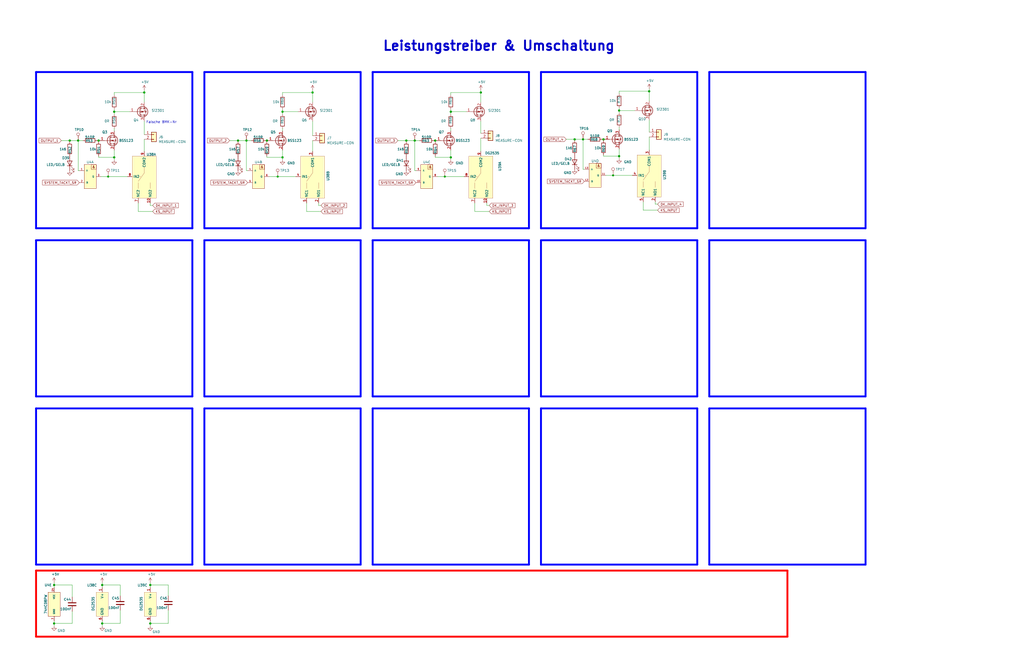
<source format=kicad_sch>
(kicad_sch (version 20210126) (generator eeschema)
  (paper "User" 540.893 350.012)
  (title_block (title "Kabeltester") (company "BMK Group") (comment 1 "Erstellt: Maximilian Hoffmann") (comment 2 "Geprüft: Robert Schulz"))
  (junction (at 28.575 309.245) (diameter 1.016))
  (junction (at 28.575 329.565) (diameter 1.016))
  (junction (at 36.83 74.295) (diameter 1.016))
  (junction (at 41.275 74.295) (diameter 1.016))
  (junction (at 52.07 74.295) (diameter 1.016))
  (junction (at 53.975 309.245) (diameter 1.016))
  (junction (at 53.975 329.565) (diameter 1.016))
  (junction (at 57.15 93.345) (diameter 0.9144))
  (junction (at 60.325 59.055) (diameter 1.016))
  (junction (at 60.325 83.185) (diameter 1.016))
  (junction (at 76.2 48.895) (diameter 1.016))
  (junction (at 79.375 309.245) (diameter 1.016))
  (junction (at 79.375 329.565) (diameter 1.016))
  (junction (at 125.73 74.295) (diameter 1.016))
  (junction (at 130.175 74.295) (diameter 1.016))
  (junction (at 140.97 74.295) (diameter 1.016))
  (junction (at 146.685 93.345) (diameter 0.9144))
  (junction (at 149.225 59.055) (diameter 1.016))
  (junction (at 149.225 83.185) (diameter 1.016))
  (junction (at 165.1 48.895) (diameter 1.016))
  (junction (at 214.63 74.295) (diameter 1.016))
  (junction (at 219.075 74.295) (diameter 1.016))
  (junction (at 229.87 74.295) (diameter 1.016))
  (junction (at 234.95 93.345) (diameter 0.9144))
  (junction (at 238.125 59.055) (diameter 1.016))
  (junction (at 238.125 83.185) (diameter 1.016))
  (junction (at 254 48.895) (diameter 1.016))
  (junction (at 303.53 73.66) (diameter 1.016))
  (junction (at 307.975 73.66) (diameter 1.016))
  (junction (at 318.77 73.66) (diameter 1.016))
  (junction (at 323.85 92.71) (diameter 0.9144))
  (junction (at 327.025 58.42) (diameter 1.016))
  (junction (at 327.025 82.55) (diameter 1.016))
  (junction (at 342.9 48.26) (diameter 1.016))
  (wire (pts (xy 28.575 307.975) (xy 28.575 309.245)))
  (wire (pts (xy 28.575 309.245) (xy 28.575 310.515)))
  (wire (pts (xy 28.575 328.295) (xy 28.575 329.565)))
  (wire (pts (xy 28.575 329.565) (xy 28.575 330.835)))
  (wire (pts (xy 32.385 74.295) (xy 36.83 74.295)))
  (wire (pts (xy 36.83 74.295) (xy 41.275 74.295)))
  (wire (pts (xy 36.83 74.93) (xy 36.83 74.295)))
  (wire (pts (xy 38.1 309.245) (xy 28.575 309.245)))
  (wire (pts (xy 38.1 315.595) (xy 38.1 309.245)))
  (wire (pts (xy 38.1 323.215) (xy 38.1 329.565)))
  (wire (pts (xy 38.1 329.565) (xy 28.575 329.565)))
  (wire (pts (xy 41.275 74.295) (xy 41.275 90.17)))
  (wire (pts (xy 41.275 74.295) (xy 43.815 74.295)))
  (wire (pts (xy 41.91 90.17) (xy 41.275 90.17)))
  (wire (pts (xy 51.435 74.295) (xy 52.07 74.295)))
  (wire (pts (xy 52.07 74.295) (xy 52.07 74.93)))
  (wire (pts (xy 52.07 74.295) (xy 52.705 74.295)))
  (wire (pts (xy 52.07 82.55) (xy 52.07 83.185)))
  (wire (pts (xy 52.07 83.185) (xy 60.325 83.185)))
  (wire (pts (xy 53.34 93.345) (xy 57.15 93.345)))
  (wire (pts (xy 53.975 307.975) (xy 53.975 309.245)))
  (wire (pts (xy 53.975 309.245) (xy 53.975 310.515)))
  (wire (pts (xy 53.975 328.295) (xy 53.975 329.565)))
  (wire (pts (xy 53.975 329.565) (xy 53.975 330.835)))
  (wire (pts (xy 53.975 329.565) (xy 63.5 329.565)))
  (wire (pts (xy 57.15 93.345) (xy 67.31 93.345)))
  (wire (pts (xy 60.325 48.895) (xy 76.2 48.895)))
  (wire (pts (xy 60.325 50.165) (xy 60.325 48.895)))
  (wire (pts (xy 60.325 57.785) (xy 60.325 59.055)))
  (wire (pts (xy 60.325 59.055) (xy 60.325 60.325)))
  (wire (pts (xy 60.325 59.055) (xy 68.58 59.055)))
  (wire (pts (xy 60.325 67.945) (xy 60.325 69.215)))
  (wire (pts (xy 60.325 79.375) (xy 60.325 83.185)))
  (wire (pts (xy 60.325 83.185) (xy 60.325 84.455)))
  (wire (pts (xy 63.5 309.245) (xy 53.975 309.245)))
  (wire (pts (xy 63.5 314.96) (xy 63.5 309.245)))
  (wire (pts (xy 63.5 322.58) (xy 63.5 329.565)))
  (wire (pts (xy 73.025 111.76) (xy 73.025 107.315)))
  (wire (pts (xy 76.2 47.625) (xy 76.2 48.895)))
  (wire (pts (xy 76.2 48.895) (xy 76.2 53.975)))
  (wire (pts (xy 76.2 64.135) (xy 76.2 71.12)))
  (wire (pts (xy 76.2 73.66) (xy 76.2 80.01)))
  (wire (pts (xy 79.375 108.585) (xy 79.375 107.315)))
  (wire (pts (xy 79.375 307.975) (xy 79.375 309.245)))
  (wire (pts (xy 79.375 309.245) (xy 79.375 310.515)))
  (wire (pts (xy 79.375 328.295) (xy 79.375 329.565)))
  (wire (pts (xy 79.375 329.565) (xy 79.375 330.835)))
  (wire (pts (xy 79.375 329.565) (xy 88.9 329.565)))
  (wire (pts (xy 80.645 108.585) (xy 79.375 108.585)))
  (wire (pts (xy 80.645 111.76) (xy 73.025 111.76)))
  (wire (pts (xy 88.9 309.245) (xy 79.375 309.245)))
  (wire (pts (xy 88.9 314.96) (xy 88.9 309.245)))
  (wire (pts (xy 88.9 322.58) (xy 88.9 329.565)))
  (wire (pts (xy 121.285 74.295) (xy 125.73 74.295)))
  (wire (pts (xy 125.73 74.295) (xy 130.175 74.295)))
  (wire (pts (xy 125.73 74.93) (xy 125.73 74.295)))
  (wire (pts (xy 130.175 74.295) (xy 130.175 90.17)))
  (wire (pts (xy 130.175 74.295) (xy 132.715 74.295)))
  (wire (pts (xy 130.81 90.17) (xy 130.175 90.17)))
  (wire (pts (xy 140.335 74.295) (xy 140.97 74.295)))
  (wire (pts (xy 140.97 74.295) (xy 140.97 74.93)))
  (wire (pts (xy 140.97 74.295) (xy 141.605 74.295)))
  (wire (pts (xy 140.97 82.55) (xy 140.97 83.185)))
  (wire (pts (xy 140.97 83.185) (xy 149.225 83.185)))
  (wire (pts (xy 142.24 93.345) (xy 146.685 93.345)))
  (wire (pts (xy 146.685 93.345) (xy 156.21 93.345)))
  (wire (pts (xy 149.225 48.895) (xy 165.1 48.895)))
  (wire (pts (xy 149.225 50.165) (xy 149.225 48.895)))
  (wire (pts (xy 149.225 57.785) (xy 149.225 59.055)))
  (wire (pts (xy 149.225 59.055) (xy 149.225 60.325)))
  (wire (pts (xy 149.225 59.055) (xy 157.48 59.055)))
  (wire (pts (xy 149.225 67.945) (xy 149.225 69.215)))
  (wire (pts (xy 149.225 79.375) (xy 149.225 83.185)))
  (wire (pts (xy 149.225 83.185) (xy 149.225 84.455)))
  (wire (pts (xy 161.925 111.76) (xy 161.925 107.315)))
  (wire (pts (xy 165.1 47.625) (xy 165.1 48.895)))
  (wire (pts (xy 165.1 48.895) (xy 165.1 53.975)))
  (wire (pts (xy 165.1 64.135) (xy 165.1 71.755)))
  (wire (pts (xy 165.1 74.295) (xy 165.1 80.01)))
  (wire (pts (xy 168.275 108.585) (xy 168.275 107.315)))
  (wire (pts (xy 169.545 108.585) (xy 168.275 108.585)))
  (wire (pts (xy 169.545 111.76) (xy 161.925 111.76)))
  (wire (pts (xy 210.185 74.295) (xy 214.63 74.295)))
  (wire (pts (xy 214.63 74.295) (xy 219.075 74.295)))
  (wire (pts (xy 214.63 74.93) (xy 214.63 74.295)))
  (wire (pts (xy 219.075 74.295) (xy 219.075 90.17)))
  (wire (pts (xy 219.075 74.295) (xy 221.615 74.295)))
  (wire (pts (xy 219.71 90.17) (xy 219.075 90.17)))
  (wire (pts (xy 229.235 74.295) (xy 229.87 74.295)))
  (wire (pts (xy 229.87 74.295) (xy 229.87 74.93)))
  (wire (pts (xy 229.87 74.295) (xy 230.505 74.295)))
  (wire (pts (xy 229.87 82.55) (xy 229.87 83.185)))
  (wire (pts (xy 229.87 83.185) (xy 238.125 83.185)))
  (wire (pts (xy 231.14 93.345) (xy 234.95 93.345)))
  (wire (pts (xy 234.95 93.345) (xy 245.11 93.345)))
  (wire (pts (xy 238.125 48.895) (xy 254 48.895)))
  (wire (pts (xy 238.125 50.165) (xy 238.125 48.895)))
  (wire (pts (xy 238.125 57.785) (xy 238.125 59.055)))
  (wire (pts (xy 238.125 59.055) (xy 238.125 60.325)))
  (wire (pts (xy 238.125 59.055) (xy 246.38 59.055)))
  (wire (pts (xy 238.125 67.945) (xy 238.125 69.215)))
  (wire (pts (xy 238.125 79.375) (xy 238.125 83.185)))
  (wire (pts (xy 238.125 83.185) (xy 238.125 84.455)))
  (wire (pts (xy 250.825 111.76) (xy 250.825 107.315)))
  (wire (pts (xy 254 47.625) (xy 254 48.895)))
  (wire (pts (xy 254 48.895) (xy 254 53.975)))
  (wire (pts (xy 254 64.135) (xy 254 70.485)))
  (wire (pts (xy 254 73.025) (xy 254 80.01)))
  (wire (pts (xy 257.175 108.585) (xy 257.175 107.315)))
  (wire (pts (xy 258.445 108.585) (xy 257.175 108.585)))
  (wire (pts (xy 258.445 111.76) (xy 250.825 111.76)))
  (wire (pts (xy 299.085 73.66) (xy 303.53 73.66)))
  (wire (pts (xy 303.53 73.66) (xy 307.975 73.66)))
  (wire (pts (xy 303.53 74.295) (xy 303.53 73.66)))
  (wire (pts (xy 307.975 73.66) (xy 307.975 89.535)))
  (wire (pts (xy 307.975 73.66) (xy 310.515 73.66)))
  (wire (pts (xy 308.61 89.535) (xy 307.975 89.535)))
  (wire (pts (xy 318.135 73.66) (xy 318.77 73.66)))
  (wire (pts (xy 318.77 73.66) (xy 318.77 74.295)))
  (wire (pts (xy 318.77 73.66) (xy 319.405 73.66)))
  (wire (pts (xy 318.77 81.915) (xy 318.77 82.55)))
  (wire (pts (xy 318.77 82.55) (xy 327.025 82.55)))
  (wire (pts (xy 320.04 92.71) (xy 323.85 92.71)))
  (wire (pts (xy 323.85 92.71) (xy 334.01 92.71)))
  (wire (pts (xy 327.025 48.26) (xy 342.9 48.26)))
  (wire (pts (xy 327.025 49.53) (xy 327.025 48.26)))
  (wire (pts (xy 327.025 57.15) (xy 327.025 58.42)))
  (wire (pts (xy 327.025 58.42) (xy 327.025 59.69)))
  (wire (pts (xy 327.025 58.42) (xy 335.28 58.42)))
  (wire (pts (xy 327.025 67.31) (xy 327.025 68.58)))
  (wire (pts (xy 327.025 78.74) (xy 327.025 82.55)))
  (wire (pts (xy 327.025 82.55) (xy 327.025 83.82)))
  (wire (pts (xy 339.725 111.125) (xy 339.725 106.68)))
  (wire (pts (xy 342.9 46.99) (xy 342.9 48.26)))
  (wire (pts (xy 342.9 48.26) (xy 342.9 53.34)))
  (wire (pts (xy 342.9 63.5) (xy 342.9 69.85)))
  (wire (pts (xy 342.9 72.39) (xy 342.9 79.375)))
  (wire (pts (xy 346.075 107.95) (xy 346.075 106.68)))
  (wire (pts (xy 347.345 107.95) (xy 346.075 107.95)))
  (wire (pts (xy 347.345 111.125) (xy 339.725 111.125)))
  (polyline (pts (xy 19.05 38.1) (xy 19.05 120.65)) (stroke (width 1) (type solid) (color 0 0 255 1)))
  (polyline (pts (xy 19.05 38.1) (xy 101.6 38.1)) (stroke (width 1) (type solid) (color 0 0 255 1)))
  (polyline (pts (xy 19.05 127) (xy 19.05 209.55)) (stroke (width 1) (type solid) (color 0 0 255 1)))
  (polyline (pts (xy 19.05 127) (xy 101.6 127)) (stroke (width 1) (type solid) (color 0 0 255 1)))
  (polyline (pts (xy 19.05 215.9) (xy 19.05 298.45)) (stroke (width 1) (type solid) (color 0 0 255 1)))
  (polyline (pts (xy 19.05 215.9) (xy 101.6 215.9)) (stroke (width 1) (type solid) (color 0 0 255 1)))
  (polyline (pts (xy 19.05 301.625) (xy 19.05 336.55)) (stroke (width 1) (type solid) (color 255 0 0 1)))
  (polyline (pts (xy 19.05 301.625) (xy 415.925 301.625)) (stroke (width 1) (type solid) (color 255 0 0 1)))
  (polyline (pts (xy 101.6 38.1) (xy 101.6 120.65)) (stroke (width 1) (type solid) (color 0 0 255 1)))
  (polyline (pts (xy 101.6 120.65) (xy 19.05 120.65)) (stroke (width 1) (type solid) (color 0 0 255 1)))
  (polyline (pts (xy 101.6 127) (xy 101.6 209.55)) (stroke (width 1) (type solid) (color 0 0 255 1)))
  (polyline (pts (xy 101.6 209.55) (xy 19.05 209.55)) (stroke (width 1) (type solid) (color 0 0 255 1)))
  (polyline (pts (xy 101.6 215.9) (xy 101.6 298.45)) (stroke (width 1) (type solid) (color 0 0 255 1)))
  (polyline (pts (xy 101.6 298.45) (xy 19.05 298.45)) (stroke (width 1) (type solid) (color 0 0 255 1)))
  (polyline (pts (xy 107.95 38.1) (xy 107.95 120.65)) (stroke (width 1) (type solid) (color 0 0 255 1)))
  (polyline (pts (xy 107.95 38.1) (xy 190.5 38.1)) (stroke (width 1) (type solid) (color 0 0 255 1)))
  (polyline (pts (xy 107.95 127) (xy 107.95 209.55)) (stroke (width 1) (type solid) (color 0 0 255 1)))
  (polyline (pts (xy 107.95 127) (xy 190.5 127)) (stroke (width 1) (type solid) (color 0 0 255 1)))
  (polyline (pts (xy 107.95 215.9) (xy 107.95 298.45)) (stroke (width 1) (type solid) (color 0 0 255 1)))
  (polyline (pts (xy 107.95 215.9) (xy 190.5 215.9)) (stroke (width 1) (type solid) (color 0 0 255 1)))
  (polyline (pts (xy 190.5 38.1) (xy 190.5 120.65)) (stroke (width 1) (type solid) (color 0 0 255 1)))
  (polyline (pts (xy 190.5 120.65) (xy 107.95 120.65)) (stroke (width 1) (type solid) (color 0 0 255 1)))
  (polyline (pts (xy 190.5 127) (xy 190.5 209.55)) (stroke (width 1) (type solid) (color 0 0 255 1)))
  (polyline (pts (xy 190.5 209.55) (xy 107.95 209.55)) (stroke (width 1) (type solid) (color 0 0 255 1)))
  (polyline (pts (xy 190.5 215.9) (xy 190.5 298.45)) (stroke (width 1) (type solid) (color 0 0 255 1)))
  (polyline (pts (xy 190.5 298.45) (xy 107.95 298.45)) (stroke (width 1) (type solid) (color 0 0 255 1)))
  (polyline (pts (xy 196.85 38.1) (xy 196.85 120.65)) (stroke (width 1) (type solid) (color 0 0 255 1)))
  (polyline (pts (xy 196.85 38.1) (xy 279.4 38.1)) (stroke (width 1) (type solid) (color 0 0 255 1)))
  (polyline (pts (xy 196.85 127) (xy 196.85 209.55)) (stroke (width 1) (type solid) (color 0 0 255 1)))
  (polyline (pts (xy 196.85 127) (xy 279.4 127)) (stroke (width 1) (type solid) (color 0 0 255 1)))
  (polyline (pts (xy 196.85 215.9) (xy 196.85 298.45)) (stroke (width 1) (type solid) (color 0 0 255 1)))
  (polyline (pts (xy 196.85 215.9) (xy 279.4 215.9)) (stroke (width 1) (type solid) (color 0 0 255 1)))
  (polyline (pts (xy 279.4 38.1) (xy 279.4 120.65)) (stroke (width 1) (type solid) (color 0 0 255 1)))
  (polyline (pts (xy 279.4 120.65) (xy 196.85 120.65)) (stroke (width 1) (type solid) (color 0 0 255 1)))
  (polyline (pts (xy 279.4 127) (xy 279.4 209.55)) (stroke (width 1) (type solid) (color 0 0 255 1)))
  (polyline (pts (xy 279.4 209.55) (xy 196.85 209.55)) (stroke (width 1) (type solid) (color 0 0 255 1)))
  (polyline (pts (xy 279.4 215.9) (xy 279.4 298.45)) (stroke (width 1) (type solid) (color 0 0 255 1)))
  (polyline (pts (xy 279.4 298.45) (xy 196.85 298.45)) (stroke (width 1) (type solid) (color 0 0 255 1)))
  (polyline (pts (xy 285.75 38.1) (xy 285.75 120.65)) (stroke (width 1) (type solid) (color 0 0 255 1)))
  (polyline (pts (xy 285.75 38.1) (xy 368.3 38.1)) (stroke (width 1) (type solid) (color 0 0 255 1)))
  (polyline (pts (xy 285.75 127) (xy 285.75 209.55)) (stroke (width 1) (type solid) (color 0 0 255 1)))
  (polyline (pts (xy 285.75 127) (xy 368.3 127)) (stroke (width 1) (type solid) (color 0 0 255 1)))
  (polyline (pts (xy 285.75 215.9) (xy 285.75 298.45)) (stroke (width 1) (type solid) (color 0 0 255 1)))
  (polyline (pts (xy 285.75 215.9) (xy 368.3 215.9)) (stroke (width 1) (type solid) (color 0 0 255 1)))
  (polyline (pts (xy 368.3 38.1) (xy 368.3 120.65)) (stroke (width 1) (type solid) (color 0 0 255 1)))
  (polyline (pts (xy 368.3 120.65) (xy 285.75 120.65)) (stroke (width 1) (type solid) (color 0 0 255 1)))
  (polyline (pts (xy 368.3 127) (xy 368.3 209.55)) (stroke (width 1) (type solid) (color 0 0 255 1)))
  (polyline (pts (xy 368.3 209.55) (xy 285.75 209.55)) (stroke (width 1) (type solid) (color 0 0 255 1)))
  (polyline (pts (xy 368.3 215.9) (xy 368.3 298.45)) (stroke (width 1) (type solid) (color 0 0 255 1)))
  (polyline (pts (xy 368.3 298.45) (xy 285.75 298.45)) (stroke (width 1) (type solid) (color 0 0 255 1)))
  (polyline (pts (xy 374.65 38.1) (xy 374.65 120.65)) (stroke (width 1) (type solid) (color 0 0 255 1)))
  (polyline (pts (xy 374.65 38.1) (xy 457.2 38.1)) (stroke (width 1) (type solid) (color 0 0 255 1)))
  (polyline (pts (xy 374.65 127) (xy 374.65 209.55)) (stroke (width 1) (type solid) (color 0 0 255 1)))
  (polyline (pts (xy 374.65 127) (xy 457.2 127)) (stroke (width 1) (type solid) (color 0 0 255 1)))
  (polyline (pts (xy 374.65 215.9) (xy 374.65 298.45)) (stroke (width 1) (type solid) (color 0 0 255 1)))
  (polyline (pts (xy 374.65 215.9) (xy 457.2 215.9)) (stroke (width 1) (type solid) (color 0 0 255 1)))
  (polyline (pts (xy 415.925 301.625) (xy 415.925 336.55)) (stroke (width 1) (type solid) (color 255 0 0 1)))
  (polyline (pts (xy 415.925 336.55) (xy 19.05 336.55)) (stroke (width 1) (type solid) (color 255 0 0 1)))
  (polyline (pts (xy 457.2 38.1) (xy 457.2 120.65)) (stroke (width 1) (type solid) (color 0 0 255 1)))
  (polyline (pts (xy 457.2 120.65) (xy 374.65 120.65)) (stroke (width 1) (type solid) (color 0 0 255 1)))
  (polyline (pts (xy 457.2 127) (xy 457.2 209.55)) (stroke (width 1) (type solid) (color 0 0 255 1)))
  (polyline (pts (xy 457.2 209.55) (xy 374.65 209.55)) (stroke (width 1) (type solid) (color 0 0 255 1)))
  (polyline (pts (xy 457.2 215.9) (xy 457.2 298.45)) (stroke (width 1) (type solid) (color 0 0 255 1)))
  (polyline (pts (xy 457.2 298.45) (xy 374.65 298.45)) (stroke (width 1) (type solid) (color 0 0 255 1)))
  (text "Falsche BMK-Nr\n" (at 93.345 65.405 180) (effects (font (size 1.27 1.27)) (justify right bottom)))
  (text "Leistungstreiber & Umschaltung\n" (at 325.12 27.305 180) (effects (font (size 5 5) (thickness 1) bold) (justify right bottom)))
  (global_label "OUTPUT_1" (shape input) (at 32.385 74.295 180) (property "Intersheet References" "${INTERSHEET_REFS}" (effects hide)))
  (global_label "SYSTEM_TACKT_SR" (shape input) (at 41.91 96.52 180) (property "Intersheet References" "${INTERSHEET_REFS}" (effects hide)))
  (global_label "DK_INPUT_1" (shape input) (at 80.645 108.585 0) (property "Intersheet References" "${INTERSHEET_REFS}" (effects hide)))
  (global_label "KS_INPUT" (shape input) (at 80.645 111.76 0) (property "Intersheet References" "${INTERSHEET_REFS}" (effects hide)))
  (global_label "OUTPUT_2" (shape input) (at 121.285 74.295 180) (property "Intersheet References" "${INTERSHEET_REFS}" (effects hide)))
  (global_label "SYSTEM_TACKT_SR" (shape input) (at 130.81 96.52 180) (property "Intersheet References" "${INTERSHEET_REFS}" (effects hide)))
  (global_label "DK_INPUT_2" (shape input) (at 169.545 108.585 0) (property "Intersheet References" "${INTERSHEET_REFS}" (effects hide)))
  (global_label "KS_INPUT" (shape input) (at 169.545 111.76 0) (property "Intersheet References" "${INTERSHEET_REFS}" (effects hide)))
  (global_label "OUTPUT_3" (shape input) (at 210.185 74.295 180) (property "Intersheet References" "${INTERSHEET_REFS}" (effects hide)))
  (global_label "SYSTEM_TACKT_SR" (shape input) (at 219.71 96.52 180) (property "Intersheet References" "${INTERSHEET_REFS}" (effects hide)))
  (global_label "DK_INPUT_3" (shape input) (at 258.445 108.585 0) (property "Intersheet References" "${INTERSHEET_REFS}" (effects hide)))
  (global_label "KS_INPUT" (shape input) (at 258.445 111.76 0) (property "Intersheet References" "${INTERSHEET_REFS}" (effects hide)))
  (global_label "OUTPUT_4" (shape input) (at 299.085 73.66 180) (property "Intersheet References" "${INTERSHEET_REFS}" (effects hide)))
  (global_label "SYSTEM_TACKT_SR" (shape input) (at 308.61 95.885 180) (property "Intersheet References" "${INTERSHEET_REFS}" (effects hide)))
  (global_label "DK_INPUT_4" (shape input) (at 347.345 107.95 0) (property "Intersheet References" "${INTERSHEET_REFS}" (effects hide)))
  (global_label "KS_INPUT" (shape input) (at 347.345 111.125 0) (property "Intersheet References" "${INTERSHEET_REFS}" (effects hide)))
  (symbol (lib_id "Connector:TestPoint") (at 41.275 74.295 0) (unit 1)
    (property "Reference" "TP10" (at 39.37 68.58 0) (effects (justify left)))
    (property "Value" "TestPoint" (effects hide))
    (property "Footprint" "TestPoint:TestPoint_Pad_D1.0mm" (effects hide))
    (property "BMK-Nr" "-" (effects hide))
    (property "Mouser" "-" (effects hide))
  )
  (symbol (lib_id "Connector:TestPoint") (at 57.15 93.345 0) (unit 1)
    (property "Reference" "TP11" (at 58.42 90.17 0) (effects (justify left)))
    (property "Value" "TestPoint" (effects hide))
    (property "Footprint" "TestPoint:TestPoint_Pad_D1.0mm" (effects hide))
    (property "BMK-Nr" "-" (effects hide))
    (property "Mouser" "-" (effects hide))
  )
  (symbol (lib_id "Connector:TestPoint") (at 130.175 74.295 0) (unit 1)
    (property "Reference" "TP12" (at 128.27 68.58 0) (effects (justify left)))
    (property "Value" "TestPoint" (effects hide))
    (property "Footprint" "TestPoint:TestPoint_Pad_D1.0mm" (effects hide))
    (property "BMK-Nr" "-" (effects hide))
    (property "Mouser" "-" (effects hide))
  )
  (symbol (lib_id "Connector:TestPoint") (at 146.685 93.345 0) (unit 1)
    (property "Reference" "TP13" (at 147.955 90.17 0) (effects (justify left)))
    (property "Value" "TestPoint" (effects hide))
    (property "Footprint" "TestPoint:TestPoint_Pad_D1.0mm" (effects hide))
    (property "BMK-Nr" "-" (effects hide))
    (property "Mouser" "-" (effects hide))
  )
  (symbol (lib_id "Connector:TestPoint") (at 219.075 74.295 0) (unit 1)
    (property "Reference" "TP14" (at 217.17 68.58 0) (effects (justify left)))
    (property "Value" "TestPoint" (effects hide))
    (property "Footprint" "TestPoint:TestPoint_Pad_D1.0mm" (effects hide))
    (property "BMK-Nr" "-" (effects hide))
    (property "Mouser" "-" (effects hide))
  )
  (symbol (lib_id "Connector:TestPoint") (at 234.95 93.345 0) (unit 1)
    (property "Reference" "TP15" (at 236.22 90.17 0) (effects (justify left)))
    (property "Value" "TestPoint" (effects hide))
    (property "Footprint" "TestPoint:TestPoint_Pad_D1.0mm" (effects hide))
    (property "BMK-Nr" "-" (effects hide))
    (property "Mouser" "-" (effects hide))
  )
  (symbol (lib_id "Connector:TestPoint") (at 307.975 73.66 0) (unit 1)
    (property "Reference" "TP16" (at 306.07 67.945 0) (effects (justify left)))
    (property "Value" "TestPoint" (effects hide))
    (property "Footprint" "TestPoint:TestPoint_Pad_D1.0mm" (effects hide))
    (property "BMK-Nr" "-" (effects hide))
    (property "Mouser" "-" (effects hide))
  )
  (symbol (lib_id "Connector:TestPoint") (at 323.85 92.71 0) (unit 1)
    (property "Reference" "TP17" (at 325.12 89.535 0) (effects (justify left)))
    (property "Value" "TestPoint" (effects hide))
    (property "Footprint" "TestPoint:TestPoint_Pad_D1.0mm" (effects hide))
    (property "BMK-Nr" "-" (effects hide))
    (property "Mouser" "-" (effects hide))
  )
  (symbol (lib_id "power:+5V") (at 28.575 307.975 0) (unit 1)
    (property "Reference" "#PWR0132" (effects hide))
    (property "Value" "+5V" (at 29.21 303.53 0))
  )
  (symbol (lib_id "power:+5V") (at 53.975 307.975 0) (unit 1)
    (property "Reference" "#PWR0135" (effects hide))
    (property "Value" "+5V" (at 54.61 303.53 0))
  )
  (symbol (lib_id "power:+5V") (at 76.2 47.625 0) (unit 1)
    (property "Reference" "#PWR0138" (effects hide))
    (property "Value" "+5V" (at 76.5683 43.3006 0))
  )
  (symbol (lib_id "power:+5V") (at 79.375 307.975 0) (unit 1)
    (property "Reference" "#PWR0139" (effects hide))
    (property "Value" "+5V" (at 80.01 303.53 0))
  )
  (symbol (lib_id "power:+5V") (at 165.1 47.625 0) (unit 1)
    (property "Reference" "#PWR0147" (effects hide))
    (property "Value" "+5V" (at 165.4683 43.3006 0))
  )
  (symbol (lib_id "power:+5V") (at 254 47.625 0) (unit 1)
    (property "Reference" "#PWR0150" (effects hide))
    (property "Value" "+5V" (at 254.3683 43.3006 0))
  )
  (symbol (lib_id "power:+5V") (at 342.9 46.99 0) (unit 1)
    (property "Reference" "#PWR0153" (effects hide))
    (property "Value" "+5V" (at 343.2683 42.6656 0))
  )
  (symbol (lib_id "power:GND") (at 28.575 330.835 0) (unit 1)
    (property "Reference" "#PWR0133" (effects hide))
    (property "Value" "GND" (at 32.385 333.375 0))
  )
  (symbol (lib_id "power:GND") (at 36.83 90.17 0) (unit 1)
    (property "Reference" "#PWR0134" (effects hide))
    (property "Value" "GND" (effects hide))
  )
  (symbol (lib_id "power:GND") (at 53.975 330.835 0) (unit 1)
    (property "Reference" "#PWR0136" (effects hide))
    (property "Value" "GND" (at 57.15 333.375 0))
  )
  (symbol (lib_id "power:GND") (at 60.325 84.455 0) (unit 1)
    (property "Reference" "#PWR0137" (effects hide))
    (property "Value" "GND" (effects hide))
  )
  (symbol (lib_id "power:GND") (at 79.375 330.835 0) (unit 1)
    (property "Reference" "#PWR0140" (effects hide))
    (property "Value" "GND" (at 82.55 334.01 0))
  )
  (symbol (lib_id "power:GND") (at 125.73 90.17 0) (unit 1)
    (property "Reference" "#PWR0143" (effects hide))
    (property "Value" "GND" (at 122.0343 91.9544 0))
  )
  (symbol (lib_id "power:GND") (at 149.225 84.455 0) (unit 1)
    (property "Reference" "#PWR0146" (effects hide))
    (property "Value" "GND" (at 153.7843 86.2394 0))
  )
  (symbol (lib_id "power:GND") (at 214.63 90.17 0) (unit 1)
    (property "Reference" "#PWR0148" (effects hide))
    (property "Value" "GND" (at 210.9343 91.9544 0))
  )
  (symbol (lib_id "power:GND") (at 238.125 84.455 0) (unit 1)
    (property "Reference" "#PWR0149" (effects hide))
    (property "Value" "GND" (at 242.6843 86.2394 0))
  )
  (symbol (lib_id "power:GND") (at 303.53 89.535 0) (unit 1)
    (property "Reference" "#PWR0151" (effects hide))
    (property "Value" "GND" (at 299.8343 91.3194 0))
  )
  (symbol (lib_id "power:GND") (at 327.025 83.82 0) (unit 1)
    (property "Reference" "#PWR0152" (effects hide))
    (property "Value" "GND" (at 331.5843 85.6044 0))
  )
  (symbol (lib_name "Device:R_8") (lib_id "Device:R") (at 36.83 78.74 180) (unit 1)
    (property "Reference" "R52" (at 36.9569 77.3494 90) (effects (justify left)))
    (property "Value" "1k6" (at 35.052 78.861 0) (effects (justify left)))
    (property "Footprint" "Resistor_SMD:R_0603_1608Metric_Pad0.98x0.95mm_HandSolder" (effects hide))
    (property "BMK-Nr" "BS" (effects hide))
    (property "Mouser" "-" (effects hide))
  )
  (symbol (lib_name "Device:R_10") (lib_id "Device:R") (at 47.625 74.295 90) (unit 1)
    (property "Reference" "R53" (at 49.0156 74.4219 90) (effects (justify left)))
    (property "Value" "510R" (at 50.044 72.517 90) (effects (justify left)))
    (property "Footprint" "Resistor_SMD:R_0603_1608Metric_Pad0.98x0.95mm_HandSolder" (effects hide))
    (property "BMK-Nr" "BS" (effects hide))
    (property "Mouser" "-" (effects hide))
  )
  (symbol (lib_name "Device:R_9") (lib_id "Device:R") (at 52.07 78.74 180) (unit 1)
    (property "Reference" "R54" (at 52.1969 77.3494 90) (effects (justify left)))
    (property "Value" "10k" (at 50.927 78.861 0) (effects (justify left)))
    (property "Footprint" "Resistor_SMD:R_0603_1608Metric_Pad0.98x0.95mm_HandSolder" (effects hide))
    (property "BMK-Nr" "BS" (effects hide))
    (property "Mouser" "-" (effects hide))
  )
  (symbol (lib_name "Device:R_6") (lib_id "Device:R") (at 60.325 53.975 0) (unit 1)
    (property "Reference" "R55" (at 60.1981 55.3656 90) (effects (justify left)))
    (property "Value" "10k" (at 55.118 53.854 0) (effects (justify left)))
    (property "Footprint" "Resistor_SMD:R_0603_1608Metric_Pad0.98x0.95mm_HandSolder" (effects hide))
    (property "BMK-Nr" "BS" (effects hide))
    (property "Mouser" "-" (effects hide))
  )
  (symbol (lib_name "Device:R_7") (lib_id "Device:R") (at 60.325 64.135 0) (unit 1)
    (property "Reference" "R56" (at 60.1981 65.5256 90) (effects (justify left)))
    (property "Value" "0R" (at 55.118 64.014 0) (effects (justify left)))
    (property "Footprint" "Resistor_SMD:R_0603_1608Metric_Pad0.98x0.95mm_HandSolder" (effects hide))
    (property "BMK-Nr" "BS" (effects hide))
    (property "Mouser" "-" (effects hide))
  )
  (symbol (lib_name "Device:R_4") (lib_id "Device:R") (at 125.73 78.74 180) (unit 1)
    (property "Reference" "R57" (at 125.8569 77.3494 90) (effects (justify left)))
    (property "Value" "1k6" (at 124.587 78.861 0) (effects (justify left)))
    (property "Footprint" "Resistor_SMD:R_0603_1608Metric_Pad0.98x0.95mm_HandSolder" (effects hide))
    (property "BMK-Nr" "BS" (effects hide))
    (property "Mouser" "-" (effects hide))
  )
  (symbol (lib_name "Device:R_1") (lib_id "Device:R") (at 136.525 74.295 90) (unit 1)
    (property "Reference" "R58" (at 137.9156 74.4219 90) (effects (justify left)))
    (property "Value" "510R" (at 138.944 72.517 90) (effects (justify left)))
    (property "Footprint" "Resistor_SMD:R_0603_1608Metric_Pad0.98x0.95mm_HandSolder" (effects hide))
    (property "BMK-Nr" "BS" (effects hide))
    (property "Mouser" "-" (effects hide))
  )
  (symbol (lib_name "Device:R_5") (lib_id "Device:R") (at 140.97 78.74 180) (unit 1)
    (property "Reference" "R59" (at 141.0969 77.3494 90) (effects (justify left)))
    (property "Value" "10k" (at 139.827 78.861 0) (effects (justify left)))
    (property "Footprint" "Resistor_SMD:R_0603_1608Metric_Pad0.98x0.95mm_HandSolder" (effects hide))
    (property "BMK-Nr" "BS" (effects hide))
    (property "Mouser" "-" (effects hide))
  )
  (symbol (lib_name "Device:R_2") (lib_id "Device:R") (at 149.225 53.975 0) (unit 1)
    (property "Reference" "R60" (at 149.0981 55.3656 90) (effects (justify left)))
    (property "Value" "10k" (at 144.018 53.854 0) (effects (justify left)))
    (property "Footprint" "Resistor_SMD:R_0603_1608Metric_Pad0.98x0.95mm_HandSolder" (effects hide))
    (property "BMK-Nr" "BS" (effects hide))
    (property "Mouser" "-" (effects hide))
  )
  (symbol (lib_name "Device:R_3") (lib_id "Device:R") (at 149.225 64.135 0) (unit 1)
    (property "Reference" "R61" (at 149.0981 65.5256 90) (effects (justify left)))
    (property "Value" "0R" (at 144.018 64.014 0) (effects (justify left)))
    (property "Footprint" "Resistor_SMD:R_0603_1608Metric_Pad0.98x0.95mm_HandSolder" (effects hide))
    (property "BMK-Nr" "BS" (effects hide))
    (property "Mouser" "-" (effects hide))
  )
  (symbol (lib_name "Device:R_11") (lib_id "Device:R") (at 214.63 78.74 180) (unit 1)
    (property "Reference" "R62" (at 214.7569 77.3494 90) (effects (justify left)))
    (property "Value" "1k6" (at 213.487 78.861 0) (effects (justify left)))
    (property "Footprint" "Resistor_SMD:R_0603_1608Metric_Pad0.98x0.95mm_HandSolder" (effects hide))
    (property "BMK-Nr" "BS" (effects hide))
    (property "Mouser" "-" (effects hide))
  )
  (symbol (lib_name "Device:R_13") (lib_id "Device:R") (at 225.425 74.295 90) (unit 1)
    (property "Reference" "R63" (at 226.8156 74.4219 90) (effects (justify left)))
    (property "Value" "510R" (at 227.844 72.517 90) (effects (justify left)))
    (property "Footprint" "Resistor_SMD:R_0603_1608Metric_Pad0.98x0.95mm_HandSolder" (effects hide))
    (property "BMK-Nr" "BS" (effects hide))
    (property "Mouser" "-" (effects hide))
  )
  (symbol (lib_name "Device:R_12") (lib_id "Device:R") (at 229.87 78.74 180) (unit 1)
    (property "Reference" "R64" (at 229.9969 77.3494 90) (effects (justify left)))
    (property "Value" "10k" (at 228.727 78.861 0) (effects (justify left)))
    (property "Footprint" "Resistor_SMD:R_0603_1608Metric_Pad0.98x0.95mm_HandSolder" (effects hide))
    (property "BMK-Nr" "BS" (effects hide))
    (property "Mouser" "-" (effects hide))
  )
  (symbol (lib_name "Device:R_14") (lib_id "Device:R") (at 238.125 53.975 0) (unit 1)
    (property "Reference" "R65" (at 237.9981 55.3656 90) (effects (justify left)))
    (property "Value" "10k" (at 232.918 53.854 0) (effects (justify left)))
    (property "Footprint" "Resistor_SMD:R_0603_1608Metric_Pad0.98x0.95mm_HandSolder" (effects hide))
    (property "BMK-Nr" "BS" (effects hide))
    (property "Mouser" "-" (effects hide))
  )
  (symbol (lib_name "Device:R_15") (lib_id "Device:R") (at 238.125 64.135 0) (unit 1)
    (property "Reference" "R66" (at 237.9981 65.5256 90) (effects (justify left)))
    (property "Value" "0R" (at 232.918 64.014 0) (effects (justify left)))
    (property "Footprint" "Resistor_SMD:R_0603_1608Metric_Pad0.98x0.95mm_HandSolder" (effects hide))
    (property "BMK-Nr" "BS" (effects hide))
    (property "Mouser" "-" (effects hide))
  )
  (symbol (lib_name "Device:R_16") (lib_id "Device:R") (at 303.53 78.105 180) (unit 1)
    (property "Reference" "R67" (at 303.6569 76.7144 90) (effects (justify left)))
    (property "Value" "1k6" (at 302.387 78.226 0) (effects (justify left)))
    (property "Footprint" "Resistor_SMD:R_0603_1608Metric_Pad0.98x0.95mm_HandSolder" (effects hide))
    (property "BMK-Nr" "BS" (effects hide))
    (property "Mouser" "-" (effects hide))
  )
  (symbol (lib_id "Device:R") (at 314.325 73.66 90) (unit 1)
    (property "Reference" "R68" (at 315.7156 73.7869 90) (effects (justify left)))
    (property "Value" "510R" (at 316.744 71.882 90) (effects (justify left)))
    (property "Footprint" "Resistor_SMD:R_0603_1608Metric_Pad0.98x0.95mm_HandSolder" (effects hide))
    (property "BMK-Nr" "BS" (effects hide))
    (property "Mouser" "-" (effects hide))
  )
  (symbol (lib_name "Device:R_17") (lib_id "Device:R") (at 318.77 78.105 180) (unit 1)
    (property "Reference" "R69" (at 318.8969 76.7144 90) (effects (justify left)))
    (property "Value" "10k" (at 317.627 78.226 0) (effects (justify left)))
    (property "Footprint" "Resistor_SMD:R_0603_1608Metric_Pad0.98x0.95mm_HandSolder" (effects hide))
    (property "BMK-Nr" "BS" (effects hide))
    (property "Mouser" "-" (effects hide))
  )
  (symbol (lib_name "Device:R_18") (lib_id "Device:R") (at 327.025 53.34 0) (unit 1)
    (property "Reference" "R70" (at 326.8981 54.7306 90) (effects (justify left)))
    (property "Value" "10k" (at 321.818 53.219 0) (effects (justify left)))
    (property "Footprint" "Resistor_SMD:R_0603_1608Metric_Pad0.98x0.95mm_HandSolder" (effects hide))
    (property "BMK-Nr" "BS" (effects hide))
    (property "Mouser" "-" (effects hide))
  )
  (symbol (lib_name "Device:R_19") (lib_id "Device:R") (at 327.025 63.5 0) (unit 1)
    (property "Reference" "R71" (at 326.8981 64.8906 90) (effects (justify left)))
    (property "Value" "0R" (at 321.818 63.379 0) (effects (justify left)))
    (property "Footprint" "Resistor_SMD:R_0603_1608Metric_Pad0.98x0.95mm_HandSolder" (effects hide))
    (property "BMK-Nr" "BS" (effects hide))
    (property "Mouser" "-" (effects hide))
  )
  (symbol (lib_id "Device:LED") (at 36.83 86.36 90) (unit 1)
    (property "Reference" "D39" (at 32.7661 83.4961 90) (effects (justify right)))
    (property "Value" "LED/GELB" (at 24.511 87.065 90) (effects (justify right)))
    (property "Footprint" "LED_SMD:LED_0603_1608Metric_Pad1.05x0.95mm_HandSolder" (effects hide))
    (property "BMK-Nr" "08-8619" (effects hide))
    (property "Mouser" "604-APT1608LSYCKJ3RV" (effects hide))
  )
  (symbol (lib_id "Device:LED") (at 125.73 86.36 90) (unit 1)
    (property "Reference" "D40" (at 120.3961 84.7661 90) (effects (justify right)))
    (property "Value" "LED/GELB" (at 114.046 87.065 90) (effects (justify right)))
    (property "Footprint" "LED_SMD:LED_0603_1608Metric_Pad1.05x0.95mm_HandSolder" (effects hide))
    (property "BMK-Nr" "08-8619" (effects hide))
    (property "Mouser" "604-APT1608LSYCKJ3RV" (effects hide))
  )
  (symbol (lib_id "Device:LED") (at 214.63 86.36 90) (unit 1)
    (property "Reference" "D41" (at 209.2961 84.7661 90) (effects (justify right)))
    (property "Value" "LED/GELB" (at 201.676 87.065 90) (effects (justify right)))
    (property "Footprint" "LED_SMD:LED_0603_1608Metric_Pad1.05x0.95mm_HandSolder" (effects hide))
    (property "BMK-Nr" "08-8619" (effects hide))
    (property "Mouser" "604-APT1608LSYCKJ3RV" (effects hide))
  )
  (symbol (lib_id "Device:LED") (at 303.53 85.725 90) (unit 1)
    (property "Reference" "D42" (at 298.1961 84.1311 90) (effects (justify right)))
    (property "Value" "LED/GELB" (at 291.211 86.43 90) (effects (justify right)))
    (property "Footprint" "LED_SMD:LED_0603_1608Metric_Pad1.05x0.95mm_HandSolder" (effects hide))
    (property "BMK-Nr" "08-8619" (effects hide))
    (property "Mouser" "604-APT1608LSYCKJ3RV" (effects hide))
  )
  (symbol (lib_id "Connector_Generic:Conn_01x02") (at 81.28 71.12 0) (unit 1)
    (property "Reference" "J6" (at 83.82 72.39 0) (effects (justify left)))
    (property "Value" "MEASURE-CON" (at 83.82 74.93 0) (effects (justify left)))
    (property "Footprint" "Connector_PinSocket_2.54mm:PinSocket_1x02_P2.54mm_Vertical" (effects hide))
    (property "BMK-Nr" "BS" (effects hide))
  )
  (symbol (lib_id "Connector_Generic:Conn_01x02") (at 170.18 71.755 0) (unit 1)
    (property "Reference" "J7" (at 172.72 73.025 0) (effects (justify left)))
    (property "Value" "MEASURE-CON" (at 172.72 75.565 0) (effects (justify left)))
    (property "Footprint" "Connector_PinSocket_2.54mm:PinSocket_1x02_P2.54mm_Vertical" (effects hide))
    (property "BMK-Nr" "BS" (effects hide))
  )
  (symbol (lib_id "Connector_Generic:Conn_01x02") (at 259.08 70.485 0) (unit 1)
    (property "Reference" "J8" (at 261.62 71.755 0) (effects (justify left)))
    (property "Value" "MEASURE-CON" (at 261.62 74.295 0) (effects (justify left)))
    (property "Footprint" "Connector_PinSocket_2.54mm:PinSocket_1x02_P2.54mm_Vertical" (effects hide))
    (property "BMK-Nr" "BS" (effects hide))
  )
  (symbol (lib_id "Connector_Generic:Conn_01x02") (at 347.98 69.85 0) (unit 1)
    (property "Reference" "J9" (at 350.52 71.12 0) (effects (justify left)))
    (property "Value" "MEASURE-CON" (at 350.52 73.66 0) (effects (justify left)))
    (property "Footprint" "Connector_PinSocket_2.54mm:PinSocket_1x02_P2.54mm_Vertical" (effects hide))
    (property "BMK-Nr" "BS" (effects hide))
  )
  (symbol (lib_name "Device:C_1") (lib_id "Device:C") (at 38.1 319.405 0) (unit 1)
    (property "Reference" "C44" (at 33.655 316.865 0) (effects (justify left)))
    (property "Value" "100nF" (at 31.75 321.945 0) (effects (justify left)))
    (property "Footprint" "Capacitor_SMD:C_0603_1608Metric_Pad1.08x0.95mm_HandSolder" (effects hide))
    (property "BMK-Nr" "BS" (effects hide))
  )
  (symbol (lib_name "Device:C_2") (lib_id "Device:C") (at 63.5 318.77 0) (unit 1)
    (property "Reference" "C45" (at 59.055 316.23 0) (effects (justify left)))
    (property "Value" "100nF" (at 57.15 321.31 0) (effects (justify left)))
    (property "Footprint" "Capacitor_SMD:C_0603_1608Metric_Pad1.08x0.95mm_HandSolder" (effects hide))
    (property "BMK-Nr" "BS" (effects hide))
  )
  (symbol (lib_name "Device:C_3") (lib_id "Device:C") (at 88.9 318.77 0) (unit 1)
    (property "Reference" "C46" (at 84.455 316.23 0) (effects (justify left)))
    (property "Value" "100nF" (at 82.55 321.31 0) (effects (justify left)))
    (property "Footprint" "Capacitor_SMD:C_0603_1608Metric_Pad1.08x0.95mm_HandSolder" (effects hide))
    (property "BMK-Nr" "BS" (effects hide))
  )
  (symbol (lib_name "Transistor_FET:BSS123_1") (lib_id "Transistor_FET:BSS123") (at 57.785 74.295 0) (unit 1)
    (property "Reference" "Q3" (at 53.975 69.85 0) (effects (justify left)))
    (property "Value" "BSS123" (at 62.865 74.295 0) (effects (justify left)))
    (property "Footprint" "Package_TO_SOT_SMD:SOT-23" (effects hide))
    (property "Datasheet" "http://www.diodes.com/assets/Datasheets/ds30366.pdf" (effects hide))
    (property "BMK-Nr" "08-0503" (effects hide))
    (property "Mouser" "512-BSS123" (effects hide))
  )
  (symbol (lib_name "Transistor_FET:Si2371EDS_1") (lib_id "Transistor_FET:Si2371EDS") (at 73.66 59.055 0) (mirror x) (unit 1)
    (property "Reference" "Q4" (at 70.485 63.5 0) (effects (justify left)))
    (property "Value" "Si2301" (at 80.01 58.42 0) (effects (justify left)))
    (property "Footprint" "Package_TO_SOT_SMD:SOT-23" (effects hide))
    (property "Datasheet" "http://www.vishay.com/docs/63924/si2371eds.pdf" (effects hide))
    (property "BMK-Nr" "08-0150" (effects hide))
    (property "Mouser" "833-SI2301" (effects hide))
  )
  (symbol (lib_name "Transistor_FET:BSS123_2") (lib_id "Transistor_FET:BSS123") (at 146.685 74.295 0) (unit 1)
    (property "Reference" "Q5" (at 142.875 69.85 0) (effects (justify left)))
    (property "Value" "BSS123" (at 151.765 74.295 0) (effects (justify left)))
    (property "Footprint" "Package_TO_SOT_SMD:SOT-23" (effects hide))
    (property "Datasheet" "http://www.diodes.com/assets/Datasheets/ds30366.pdf" (effects hide))
    (property "BMK-Nr" "08-0503" (effects hide))
    (property "Mouser" "512-BSS123" (effects hide))
  )
  (symbol (lib_name "Transistor_FET:Si2371EDS_2") (lib_id "Transistor_FET:Si2371EDS") (at 162.56 59.055 0) (mirror x) (unit 1)
    (property "Reference" "Q6" (at 159.385 63.5 0) (effects (justify left)))
    (property "Value" "Si2301" (at 168.91 58.42 0) (effects (justify left)))
    (property "Footprint" "Package_TO_SOT_SMD:SOT-23" (effects hide))
    (property "Datasheet" "http://www.vishay.com/docs/63924/si2371eds.pdf" (effects hide))
    (property "BMK-Nr" "06-6269" (effects hide))
    (property "Mouser" "833-SI2301" (effects hide))
  )
  (symbol (lib_name "Transistor_FET:BSS123_3") (lib_id "Transistor_FET:BSS123") (at 235.585 74.295 0) (unit 1)
    (property "Reference" "Q7" (at 231.775 69.85 0) (effects (justify left)))
    (property "Value" "BSS123" (at 240.665 74.295 0) (effects (justify left)))
    (property "Footprint" "Package_TO_SOT_SMD:SOT-23" (effects hide))
    (property "Datasheet" "http://www.diodes.com/assets/Datasheets/ds30366.pdf" (effects hide))
    (property "BMK-Nr" "08-0503" (effects hide))
    (property "Mouser" "512-BSS123" (effects hide))
  )
  (symbol (lib_name "Transistor_FET:Si2371EDS_3") (lib_id "Transistor_FET:Si2371EDS") (at 251.46 59.055 0) (mirror x) (unit 1)
    (property "Reference" "Q8" (at 248.285 63.5 0) (effects (justify left)))
    (property "Value" "Si2301" (at 257.81 58.42 0) (effects (justify left)))
    (property "Footprint" "Package_TO_SOT_SMD:SOT-23" (effects hide))
    (property "Datasheet" "http://www.vishay.com/docs/63924/si2371eds.pdf" (effects hide))
    (property "BMK-Nr" "06-6269" (effects hide))
    (property "Mouser" "833-SI2301" (effects hide))
  )
  (symbol (lib_id "Transistor_FET:BSS123") (at 324.485 73.66 0) (unit 1)
    (property "Reference" "Q9" (at 320.675 69.215 0) (effects (justify left)))
    (property "Value" "BSS123" (at 329.565 73.66 0) (effects (justify left)))
    (property "Footprint" "Package_TO_SOT_SMD:SOT-23" (effects hide))
    (property "Datasheet" "http://www.diodes.com/assets/Datasheets/ds30366.pdf" (effects hide))
    (property "BMK-Nr" "08-0503" (effects hide))
    (property "Mouser" "512-BSS123" (effects hide))
  )
  (symbol (lib_id "Transistor_FET:Si2371EDS") (at 340.36 58.42 0) (mirror x) (unit 1)
    (property "Reference" "Q10" (at 337.185 62.865 0) (effects (justify left)))
    (property "Value" "Si2301" (at 346.71 57.785 0) (effects (justify left)))
    (property "Footprint" "Package_TO_SOT_SMD:SOT-23" (effects hide))
    (property "Datasheet" "http://www.vishay.com/docs/63924/si2371eds.pdf" (effects hide))
    (property "BMK-Nr" "06-6269" (effects hide))
    (property "Mouser" "833-SI2301" (effects hide))
  )
  (symbol (lib_id "Kabeltester:74HC08PW") (at 28.575 319.405 0) (unit 5)
    (property "Reference" "U4" (at 25.4 309.245 0))
    (property "Value" "74HC08PW" (at 24.13 319.405 90))
    (property "Footprint" "Package_SO:TSSOP-14_4.4x5mm_P0.65mm" (effects hide))
    (property "Datasheet" "https://www.ti.com/lit/ds/symlink/sn74hc08-q1.pdf?HQS=dis-mous-null-mousermode-dsf-pf-null-wwe&ts=1614454333862&ref_url=https%253A%252F%252Fwww.mouser.de%252F" (effects hide))
    (property "BMK-Nr" "06-0975" (effects hide))
    (property "Mouser" "771-HC08PW118" (effects hide))
  )
  (symbol (lib_name "Kabeltester:DG2535_3") (lib_id "Kabeltester:DG2535") (at 53.975 319.405 0) (mirror y) (unit 3)
    (property "Reference" "U38" (at 48.5775 309.3652 0))
    (property "Value" "DG2535" (at 49.212 319.131 90))
    (property "Footprint" "Package_SO:MSOP-10_3x3mm_P0.5mm" (effects hide))
    (property "Datasheet" "https://www.mouser.de/datasheet/2/427/dg2535e_dg2733e-1766630.pdf" (effects hide))
    (property "Mouser" "78-DG2535EDQ-T1-GE3" (effects hide))
    (property "BMK-Nr" "-" (effects hide))
  )
  (symbol (lib_name "Kabeltester:DG2535_5") (lib_id "Kabeltester:DG2535") (at 79.375 319.405 0) (unit 3)
    (property "Reference" "U39" (at 75.2475 309.3652 0))
    (property "Value" "DG2535" (at 74.613 319.131 90))
    (property "Footprint" "Package_SO:MSOP-10_3x3mm_P0.5mm" (effects hide))
    (property "Datasheet" "https://www.mouser.de/datasheet/2/427/dg2535e_dg2733e-1766630.pdf" (effects hide))
    (property "Mouser" "78-DG2535EDQ-T1-GE3" (effects hide))
    (property "BMK-Nr" "-" (effects hide))
  )
  (symbol (lib_id "Kabeltester:74HC08PW") (at 47.625 93.345 0) (unit 1)
    (property "Reference" "U4" (at 47.625 85.725 0))
    (property "Value" "74HC08PW" (effects hide))
    (property "Footprint" "Package_SO:TSSOP-14_4.4x5mm_P0.65mm" (effects hide))
    (property "Datasheet" "https://www.ti.com/lit/ds/symlink/sn74hc08-q1.pdf?HQS=dis-mous-null-mousermode-dsf-pf-null-wwe&ts=1614454333862&ref_url=https%253A%252F%252Fwww.mouser.de%252F" (effects hide))
    (property "BMK-Nr" "06-0975" (effects hide))
    (property "Mouser" "771-HC08PW118" (effects hide))
  )
  (symbol (lib_id "Kabeltester:74HC08PW") (at 136.525 93.345 0) (unit 2)
    (property "Reference" "U4" (at 136.525 85.725 0))
    (property "Value" "74HC08PW" (effects hide))
    (property "Footprint" "Package_SO:TSSOP-14_4.4x5mm_P0.65mm" (effects hide))
    (property "Datasheet" "https://www.ti.com/lit/ds/symlink/sn74hc08-q1.pdf?HQS=dis-mous-null-mousermode-dsf-pf-null-wwe&ts=1614454333862&ref_url=https%253A%252F%252Fwww.mouser.de%252F" (effects hide))
    (property "BMK-Nr" "06-0975" (effects hide))
    (property "Mouser" "771-HC08PW118" (effects hide))
  )
  (symbol (lib_id "Kabeltester:74HC08PW") (at 225.425 93.345 0) (unit 3)
    (property "Reference" "U4" (at 225.425 85.725 0))
    (property "Value" "74HC08PW" (effects hide))
    (property "Footprint" "Package_SO:TSSOP-14_4.4x5mm_P0.65mm" (effects hide))
    (property "Datasheet" "https://www.ti.com/lit/ds/symlink/sn74hc08-q1.pdf?HQS=dis-mous-null-mousermode-dsf-pf-null-wwe&ts=1614454333862&ref_url=https%253A%252F%252Fwww.mouser.de%252F" (effects hide))
    (property "BMK-Nr" "06-0975" (effects hide))
    (property "Mouser" "771-HC08PW118" (effects hide))
  )
  (symbol (lib_id "Kabeltester:74HC08PW") (at 314.325 92.71 0) (unit 4)
    (property "Reference" "U4" (at 314.325 85.09 0))
    (property "Value" "74HC08PW" (effects hide))
    (property "Footprint" "Package_SO:TSSOP-14_4.4x5mm_P0.65mm" (effects hide))
    (property "Datasheet" "https://www.ti.com/lit/ds/symlink/sn74hc08-q1.pdf?HQS=dis-mous-null-mousermode-dsf-pf-null-wwe&ts=1614454333862&ref_url=https%253A%252F%252Fwww.mouser.de%252F" (effects hide))
    (property "BMK-Nr" "06-0975" (effects hide))
    (property "Mouser" "771-HC08PW118" (effects hide))
  )
  (symbol (lib_name "Kabeltester:DG2535_4") (lib_id "Kabeltester:DG2535") (at 76.2 93.345 270) (mirror x) (unit 1)
    (property "Reference" "U38" (at 79.8898 81.5975 90))
    (property "Value" "DG2535" (effects hide))
    (property "Footprint" "Package_SO:MSOP-10_3x3mm_P0.5mm" (effects hide))
    (property "Datasheet" "https://www.mouser.de/datasheet/2/427/dg2535e_dg2733e-1766630.pdf" (effects hide))
    (property "Mouser" "78-DG2535EDQ-T1-GE3" (effects hide))
    (property "BMK-Nr" "-" (effects hide))
  )
  (symbol (lib_name "Kabeltester:DG2535_1") (lib_id "Kabeltester:DG2535") (at 165.1 93.345 270) (unit 2)
    (property "Reference" "U38" (at 173.2348 93.0275 0))
    (property "Value" "DG2535" (effects hide))
    (property "Footprint" "Package_SO:MSOP-10_3x3mm_P0.5mm" (effects hide))
    (property "Datasheet" "https://www.mouser.de/datasheet/2/427/dg2535e_dg2733e-1766630.pdf" (effects hide))
    (property "Mouser" "78-DG2535EDQ-T1-GE3" (effects hide))
    (property "BMK-Nr" "-" (effects hide))
  )
  (symbol (lib_id "Kabeltester:DG2535") (at 254 93.345 270) (mirror x) (unit 1)
    (property "Reference" "U39" (at 264.0398 87.9475 0))
    (property "Value" "DG2535" (at 259.989 80.962 90))
    (property "Footprint" "Package_SO:MSOP-10_3x3mm_P0.5mm" (effects hide))
    (property "Datasheet" "https://www.mouser.de/datasheet/2/427/dg2535e_dg2733e-1766630.pdf" (effects hide))
    (property "Mouser" "78-DG2535EDQ-T1-GE3" (effects hide))
    (property "BMK-Nr" "-" (effects hide))
  )
  (symbol (lib_name "Kabeltester:DG2535_2") (lib_id "Kabeltester:DG2535") (at 342.9 92.71 270) (unit 2)
    (property "Reference" "U39" (at 351.0348 92.3925 0))
    (property "Value" "DG2535" (effects hide))
    (property "Footprint" "Package_SO:MSOP-10_3x3mm_P0.5mm" (effects hide))
    (property "Datasheet" "https://www.mouser.de/datasheet/2/427/dg2535e_dg2733e-1766630.pdf" (effects hide))
    (property "Mouser" "78-DG2535EDQ-T1-GE3" (effects hide))
    (property "BMK-Nr" "-" (effects hide))
  )
)
</source>
